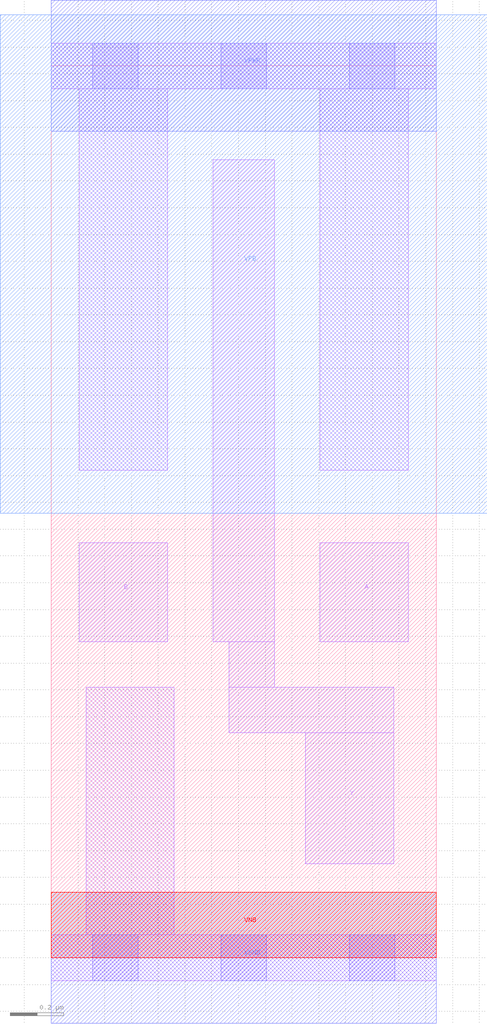
<source format=lef>
# Copyright 2020 The SkyWater PDK Authors
#
# Licensed under the Apache License, Version 2.0 (the "License");
# you may not use this file except in compliance with the License.
# You may obtain a copy of the License at
#
#     https://www.apache.org/licenses/LICENSE-2.0
#
# Unless required by applicable law or agreed to in writing, software
# distributed under the License is distributed on an "AS IS" BASIS,
# WITHOUT WARRANTIES OR CONDITIONS OF ANY KIND, either express or implied.
# See the License for the specific language governing permissions and
# limitations under the License.
#
# SPDX-License-Identifier: Apache-2.0

VERSION 5.7 ;
  NOWIREEXTENSIONATPIN ON ;
  DIVIDERCHAR "/" ;
  BUSBITCHARS "[]" ;
MACRO sky130_fd_sc_ls__nand2_1
  CLASS CORE ;
  FOREIGN sky130_fd_sc_ls__nand2_1 ;
  ORIGIN  0.000000  0.000000 ;
  SIZE  1.440000 BY  3.330000 ;
  SYMMETRY X Y ;
  SITE unit ;
  PIN A
    ANTENNAGATEAREA  0.279000 ;
    DIRECTION INPUT ;
    USE SIGNAL ;
    PORT
      LAYER li1 ;
        RECT 1.005000 1.180000 1.335000 1.550000 ;
    END
  END A
  PIN B
    ANTENNAGATEAREA  0.279000 ;
    DIRECTION INPUT ;
    USE SIGNAL ;
    PORT
      LAYER li1 ;
        RECT 0.105000 1.180000 0.435000 1.550000 ;
    END
  END B
  PIN VNB
    PORT
      LAYER pwell ;
        RECT 0.000000 0.000000 1.440000 0.245000 ;
    END
  END VNB
  PIN VPB
    PORT
      LAYER nwell ;
        RECT -0.190000 1.660000 1.630000 3.520000 ;
    END
  END VPB
  PIN Y
    ANTENNADIFFAREA  0.546900 ;
    DIRECTION OUTPUT ;
    USE SIGNAL ;
    PORT
      LAYER li1 ;
        RECT 0.605000 1.180000 0.835000 2.980000 ;
        RECT 0.665000 0.840000 1.280000 1.010000 ;
        RECT 0.665000 1.010000 0.835000 1.180000 ;
        RECT 0.950000 0.350000 1.280000 0.840000 ;
    END
  END Y
  PIN VGND
    DIRECTION INOUT ;
    SHAPE ABUTMENT ;
    USE GROUND ;
    PORT
      LAYER met1 ;
        RECT 0.000000 -0.245000 1.440000 0.245000 ;
    END
  END VGND
  PIN VPWR
    DIRECTION INOUT ;
    SHAPE ABUTMENT ;
    USE POWER ;
    PORT
      LAYER met1 ;
        RECT 0.000000 3.085000 1.440000 3.575000 ;
    END
  END VPWR
  OBS
    LAYER li1 ;
      RECT 0.000000 -0.085000 1.440000 0.085000 ;
      RECT 0.000000  3.245000 1.440000 3.415000 ;
      RECT 0.105000  1.820000 0.435000 3.245000 ;
      RECT 0.130000  0.085000 0.460000 1.010000 ;
      RECT 1.005000  1.820000 1.335000 3.245000 ;
    LAYER mcon ;
      RECT 0.155000 -0.085000 0.325000 0.085000 ;
      RECT 0.155000  3.245000 0.325000 3.415000 ;
      RECT 0.635000 -0.085000 0.805000 0.085000 ;
      RECT 0.635000  3.245000 0.805000 3.415000 ;
      RECT 1.115000 -0.085000 1.285000 0.085000 ;
      RECT 1.115000  3.245000 1.285000 3.415000 ;
  END
END sky130_fd_sc_ls__nand2_1
END LIBRARY

</source>
